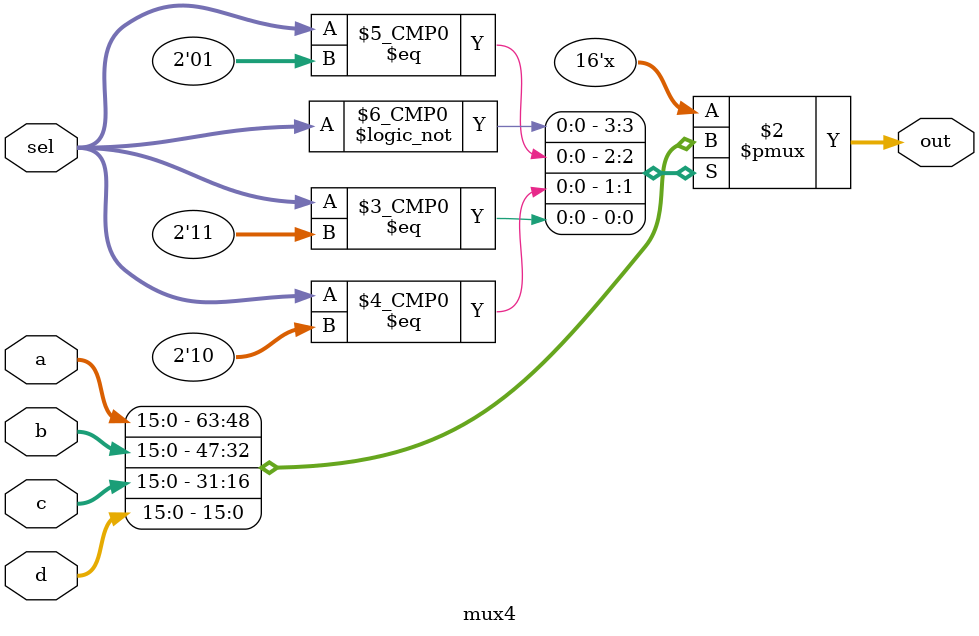
<source format=sv>
module mux4 #(parameter width = 16)
(
	input [1:0] sel,
	input [width-1:0] a, b, c, d,
	output logic [width-1:0] out
);

always_comb
begin
	case (sel) 
	2'b00 : out = a; 
	2'b01 : out = b; 
	2'b10 : out = c; 
	2'b11 : out = d; 
	endcase 
end

endmodule : mux4

</source>
